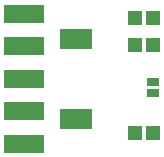
<source format=gbs>
G04 #@! TF.FileFunction,Soldermask,Bot*
%FSLAX46Y46*%
G04 Gerber Fmt 4.6, Leading zero omitted, Abs format (unit mm)*
G04 Created by KiCad (PCBNEW 4.0.7-e2-6376~58~ubuntu16.04.1) date Thu Aug  2 19:24:01 2018*
%MOMM*%
%LPD*%
G01*
G04 APERTURE LIST*
%ADD10C,0.100000*%
%ADD11R,1.200000X1.150000*%
%ADD12R,1.370000X1.670000*%
%ADD13R,1.000000X0.800000*%
%ADD14R,3.400000X1.650000*%
G04 APERTURE END LIST*
D10*
D11*
X164925000Y-93050000D03*
X163425000Y-93050000D03*
X164925000Y-102775000D03*
X163425000Y-102775000D03*
X164925000Y-95375000D03*
X163425000Y-95375000D03*
D12*
X157785000Y-94800000D03*
X159065000Y-94800000D03*
X159065000Y-101600000D03*
X157785000Y-101600000D03*
D13*
X164925000Y-99400000D03*
X164925000Y-98500000D03*
D14*
X154025000Y-103675000D03*
X154025000Y-100925000D03*
X154025000Y-98175000D03*
X154025000Y-95425000D03*
X154025000Y-92675000D03*
M02*

</source>
